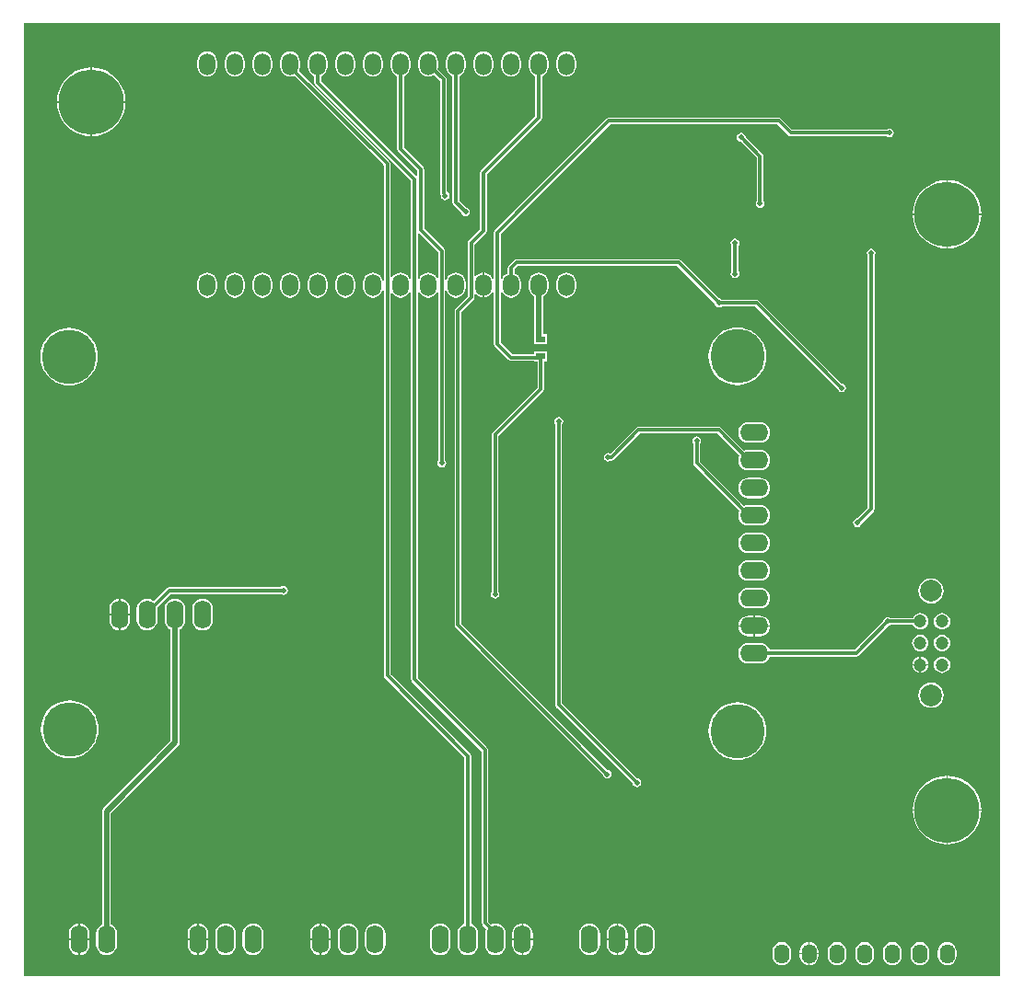
<source format=gbl>
G04*
G04 #@! TF.GenerationSoftware,Altium Limited,Altium Designer,21.6.4 (81)*
G04*
G04 Layer_Physical_Order=2*
G04 Layer_Color=16711680*
%FSLAX44Y44*%
%MOMM*%
G71*
G04*
G04 #@! TF.SameCoordinates,B6620421-005C-40FD-BBE8-42AC4C8AC442*
G04*
G04*
G04 #@! TF.FilePolarity,Positive*
G04*
G01*
G75*
%ADD18R,0.9500X0.6000*%
%ADD47C,6.0000*%
%ADD48C,0.3000*%
%ADD49O,1.4000X1.8000*%
%ADD50O,2.6000X1.6000*%
%ADD51O,1.6000X2.6000*%
%ADD52O,1.5000X2.0000*%
%ADD53C,1.2000*%
%ADD54C,2.0000*%
%ADD55C,0.5000*%
%ADD56C,5.0000*%
%ADD57C,0.5000*%
G36*
X898441Y878441D02*
X898441Y1558D01*
X1558Y1558D01*
X1558Y878441D01*
X898441Y878441D01*
D02*
G37*
%LPC*%
G36*
X499872Y852618D02*
X497523Y852308D01*
X495333Y851402D01*
X493453Y849959D01*
X492010Y848079D01*
X491104Y845890D01*
X490794Y843540D01*
Y838540D01*
X491104Y836190D01*
X492010Y834001D01*
X493453Y832121D01*
X495333Y830678D01*
X497523Y829772D01*
X499872Y829462D01*
X502221Y829772D01*
X504411Y830678D01*
X506291Y832121D01*
X507733Y834001D01*
X508640Y836190D01*
X508950Y838540D01*
Y843540D01*
X508640Y845890D01*
X507733Y848079D01*
X506291Y849959D01*
X504411Y851402D01*
X502221Y852308D01*
X499872Y852618D01*
D02*
G37*
G36*
X449072D02*
X446722Y852308D01*
X444533Y851402D01*
X442653Y849959D01*
X441211Y848079D01*
X440304Y845890D01*
X439994Y843540D01*
Y838540D01*
X440304Y836190D01*
X441211Y834001D01*
X442653Y832121D01*
X444533Y830678D01*
X446722Y829772D01*
X449072Y829462D01*
X451422Y829772D01*
X453611Y830678D01*
X455491Y832121D01*
X456934Y834001D01*
X457840Y836190D01*
X458150Y838540D01*
Y843540D01*
X457840Y845890D01*
X456934Y848079D01*
X455491Y849959D01*
X453611Y851402D01*
X451422Y852308D01*
X449072Y852618D01*
D02*
G37*
G36*
X423672D02*
X421323Y852308D01*
X419133Y851402D01*
X417253Y849959D01*
X415811Y848079D01*
X414904Y845890D01*
X414594Y843540D01*
Y838540D01*
X414904Y836190D01*
X415811Y834001D01*
X417253Y832121D01*
X419133Y830678D01*
X421323Y829772D01*
X423672Y829462D01*
X426021Y829772D01*
X428211Y830678D01*
X430091Y832121D01*
X431534Y834001D01*
X432440Y836190D01*
X432750Y838540D01*
Y843540D01*
X432440Y845890D01*
X431534Y848079D01*
X430091Y849959D01*
X428211Y851402D01*
X426021Y852308D01*
X423672Y852618D01*
D02*
G37*
G36*
X322072D02*
X319722Y852308D01*
X317533Y851402D01*
X315653Y849959D01*
X314210Y848079D01*
X313304Y845890D01*
X312994Y843540D01*
Y838540D01*
X313304Y836190D01*
X314210Y834001D01*
X315653Y832121D01*
X317533Y830678D01*
X319722Y829772D01*
X322072Y829462D01*
X324422Y829772D01*
X326611Y830678D01*
X328491Y832121D01*
X329934Y834001D01*
X330840Y836190D01*
X331150Y838540D01*
Y843540D01*
X330840Y845890D01*
X329934Y848079D01*
X328491Y849959D01*
X326611Y851402D01*
X324422Y852308D01*
X322072Y852618D01*
D02*
G37*
G36*
X296672D02*
X294322Y852308D01*
X292133Y851402D01*
X290253Y849959D01*
X288811Y848079D01*
X287904Y845890D01*
X287594Y843540D01*
Y838540D01*
X287904Y836190D01*
X288811Y834001D01*
X290253Y832121D01*
X292133Y830678D01*
X294322Y829772D01*
X296672Y829462D01*
X299021Y829772D01*
X301211Y830678D01*
X303091Y832121D01*
X304534Y834001D01*
X305440Y836190D01*
X305750Y838540D01*
Y843540D01*
X305440Y845890D01*
X304534Y848079D01*
X303091Y849959D01*
X301211Y851402D01*
X299021Y852308D01*
X296672Y852618D01*
D02*
G37*
G36*
X220472D02*
X218123Y852308D01*
X215933Y851402D01*
X214053Y849959D01*
X212610Y848079D01*
X211704Y845890D01*
X211394Y843540D01*
Y838540D01*
X211704Y836190D01*
X212610Y834001D01*
X214053Y832121D01*
X215933Y830678D01*
X218123Y829772D01*
X220472Y829462D01*
X222822Y829772D01*
X225011Y830678D01*
X226891Y832121D01*
X228333Y834001D01*
X229240Y836190D01*
X229550Y838540D01*
Y843540D01*
X229240Y845890D01*
X228333Y848079D01*
X226891Y849959D01*
X225011Y851402D01*
X222822Y852308D01*
X220472Y852618D01*
D02*
G37*
G36*
X195072D02*
X192722Y852308D01*
X190533Y851402D01*
X188653Y849959D01*
X187211Y848079D01*
X186304Y845890D01*
X185994Y843540D01*
Y838540D01*
X186304Y836190D01*
X187211Y834001D01*
X188653Y832121D01*
X190533Y830678D01*
X192722Y829772D01*
X195072Y829462D01*
X197421Y829772D01*
X199611Y830678D01*
X201491Y832121D01*
X202934Y834001D01*
X203840Y836190D01*
X204150Y838540D01*
Y843540D01*
X203840Y845890D01*
X202934Y848079D01*
X201491Y849959D01*
X199611Y851402D01*
X197421Y852308D01*
X195072Y852618D01*
D02*
G37*
G36*
X169672D02*
X167323Y852308D01*
X165133Y851402D01*
X163253Y849959D01*
X161810Y848079D01*
X160904Y845890D01*
X160594Y843540D01*
Y838540D01*
X160904Y836190D01*
X161810Y834001D01*
X163253Y832121D01*
X165133Y830678D01*
X167323Y829772D01*
X169672Y829462D01*
X172022Y829772D01*
X174211Y830678D01*
X176091Y832121D01*
X177533Y834001D01*
X178440Y836190D01*
X178750Y838540D01*
Y843540D01*
X178440Y845890D01*
X177533Y848079D01*
X176091Y849959D01*
X174211Y851402D01*
X172022Y852308D01*
X169672Y852618D01*
D02*
G37*
G36*
X63742Y837734D02*
Y806946D01*
X94530D01*
X94200Y811139D01*
X93043Y815960D01*
X91145Y820541D01*
X88555Y824769D01*
X85335Y828539D01*
X81565Y831759D01*
X77337Y834350D01*
X72756Y836247D01*
X67935Y837404D01*
X63742Y837734D01*
D02*
G37*
G36*
X62242D02*
X58049Y837404D01*
X53228Y836247D01*
X48647Y834350D01*
X44419Y831759D01*
X40649Y828539D01*
X37429Y824769D01*
X34839Y820541D01*
X32941Y815960D01*
X31784Y811139D01*
X31454Y806946D01*
X62242D01*
Y837734D01*
D02*
G37*
G36*
X695198Y791729D02*
X695198Y791729D01*
X538988D01*
X538988Y791729D01*
X537817Y791496D01*
X536825Y790833D01*
X536825Y790833D01*
X434209Y688217D01*
X433546Y687225D01*
X433313Y686054D01*
X433313Y686054D01*
Y643601D01*
X432043Y643348D01*
X431534Y644579D01*
X430091Y646459D01*
X428211Y647902D01*
X426021Y648808D01*
X424422Y649019D01*
Y637540D01*
Y626061D01*
X426021Y626272D01*
X428211Y627178D01*
X430091Y628621D01*
X431534Y630501D01*
X432043Y631732D01*
X433313Y631479D01*
Y583438D01*
X433313Y583438D01*
X433546Y582267D01*
X434209Y581275D01*
X446909Y568575D01*
X446909Y568575D01*
X447901Y567912D01*
X449072Y567679D01*
X449072Y567679D01*
X469972D01*
Y567450D01*
X473163D01*
Y543243D01*
X432177Y502257D01*
X431514Y501264D01*
X431281Y500094D01*
X431281Y500094D01*
Y355682D01*
X430572Y354621D01*
X430262Y353060D01*
X430572Y351499D01*
X431456Y350176D01*
X432779Y349292D01*
X434340Y348982D01*
X435901Y349292D01*
X437224Y350176D01*
X438108Y351499D01*
X438418Y353060D01*
X438108Y354621D01*
X437399Y355682D01*
Y498827D01*
X478385Y539813D01*
X479048Y540805D01*
X479281Y541976D01*
X479281Y541976D01*
Y567450D01*
X482472D01*
Y576450D01*
X469972D01*
Y573797D01*
X450339D01*
X439431Y584705D01*
Y631479D01*
X440701Y631732D01*
X441211Y630501D01*
X442653Y628621D01*
X444533Y627178D01*
X446722Y626272D01*
X449072Y625962D01*
X451422Y626272D01*
X453611Y627178D01*
X455491Y628621D01*
X456934Y630501D01*
X457840Y632691D01*
X458150Y635040D01*
Y640040D01*
X457840Y642390D01*
X456934Y644579D01*
X455491Y646459D01*
X453611Y647902D01*
X452131Y648514D01*
Y652135D01*
X455305Y655309D01*
X601729D01*
X636077Y620961D01*
X636326Y619709D01*
X637210Y618386D01*
X638533Y617502D01*
X640094Y617192D01*
X641655Y617502D01*
X642716Y618211D01*
X673437D01*
X748999Y542649D01*
X749248Y541397D01*
X750132Y540074D01*
X751455Y539190D01*
X753016Y538880D01*
X754577Y539190D01*
X755900Y540074D01*
X756784Y541397D01*
X757094Y542958D01*
X756784Y544519D01*
X755900Y545842D01*
X754577Y546726D01*
X753325Y546975D01*
X676867Y623433D01*
X675874Y624096D01*
X674704Y624329D01*
X674704Y624329D01*
X642716D01*
X641655Y625038D01*
X640403Y625287D01*
X605159Y660531D01*
X604166Y661194D01*
X602996Y661427D01*
X602996Y661427D01*
X454038D01*
X454038Y661427D01*
X452868Y661194D01*
X451875Y660531D01*
X451875Y660531D01*
X446909Y655565D01*
X446246Y654572D01*
X446013Y653402D01*
X446013Y653402D01*
Y648514D01*
X444533Y647902D01*
X442653Y646459D01*
X441211Y644579D01*
X440701Y643348D01*
X439431Y643601D01*
Y684787D01*
X540255Y785611D01*
X693931D01*
X704065Y775477D01*
X705058Y774814D01*
X706228Y774581D01*
X794371D01*
X795432Y773872D01*
X796993Y773562D01*
X798554Y773872D01*
X799877Y774756D01*
X800761Y776079D01*
X801071Y777640D01*
X800761Y779201D01*
X799877Y780524D01*
X798554Y781408D01*
X796993Y781718D01*
X795432Y781408D01*
X794371Y780699D01*
X707495D01*
X697361Y790833D01*
X696368Y791496D01*
X695198Y791729D01*
D02*
G37*
G36*
X94530Y805446D02*
X63742D01*
Y774658D01*
X67935Y774988D01*
X72756Y776145D01*
X77337Y778043D01*
X81565Y780633D01*
X85335Y783853D01*
X88555Y787624D01*
X91145Y791851D01*
X93043Y796432D01*
X94200Y801253D01*
X94530Y805446D01*
D02*
G37*
G36*
X62242D02*
X31454D01*
X31784Y801253D01*
X32941Y796432D01*
X34839Y791851D01*
X37429Y787624D01*
X40649Y783853D01*
X44419Y780633D01*
X48647Y778043D01*
X53228Y776145D01*
X58049Y774988D01*
X62242Y774658D01*
Y805446D01*
D02*
G37*
G36*
X347472Y852618D02*
X345122Y852308D01*
X342933Y851402D01*
X341053Y849959D01*
X339610Y848079D01*
X338704Y845890D01*
X338394Y843540D01*
Y838540D01*
X338704Y836190D01*
X339610Y834001D01*
X341053Y832121D01*
X342933Y830678D01*
X344413Y830066D01*
Y762762D01*
X344413Y762762D01*
X344646Y761591D01*
X345309Y760599D01*
X362955Y742953D01*
Y738415D01*
X361685Y737888D01*
X274331Y825243D01*
Y830066D01*
X275811Y830678D01*
X277691Y832121D01*
X279133Y834001D01*
X280040Y836190D01*
X280350Y838540D01*
Y843540D01*
X280040Y845890D01*
X279133Y848079D01*
X277691Y849959D01*
X275811Y851402D01*
X273622Y852308D01*
X271272Y852618D01*
X268923Y852308D01*
X266733Y851402D01*
X264853Y849959D01*
X263410Y848079D01*
X262504Y845890D01*
X262194Y843540D01*
Y838540D01*
X262504Y836190D01*
X263410Y834001D01*
X264853Y832121D01*
X266733Y830678D01*
X268213Y830066D01*
Y823976D01*
X268213Y823976D01*
X268446Y822805D01*
X269109Y821813D01*
X357113Y733809D01*
Y643601D01*
X355843Y643348D01*
X355334Y644579D01*
X353891Y646459D01*
X352011Y647902D01*
X349822Y648808D01*
X347472Y649118D01*
X345122Y648808D01*
X342933Y647902D01*
X341053Y646459D01*
X339610Y644579D01*
X339609Y644575D01*
X338339Y644827D01*
Y749132D01*
X338339Y749132D01*
X338106Y750303D01*
X337443Y751295D01*
X337443Y751295D01*
X254027Y834710D01*
X254640Y836190D01*
X254950Y838540D01*
Y843540D01*
X254640Y845890D01*
X253734Y848079D01*
X252291Y849959D01*
X250411Y851402D01*
X248221Y852308D01*
X245872Y852618D01*
X243522Y852308D01*
X241333Y851402D01*
X239453Y849959D01*
X238011Y848079D01*
X237104Y845890D01*
X236794Y843540D01*
Y838540D01*
X237104Y836190D01*
X238011Y834001D01*
X239453Y832121D01*
X241333Y830678D01*
X243522Y829772D01*
X245872Y829462D01*
X248221Y829772D01*
X249701Y830385D01*
X332221Y747865D01*
Y641630D01*
X330951Y641547D01*
X330840Y642390D01*
X329934Y644579D01*
X328491Y646459D01*
X326611Y647902D01*
X324422Y648808D01*
X322072Y649118D01*
X319722Y648808D01*
X317533Y647902D01*
X315653Y646459D01*
X314210Y644579D01*
X313304Y642390D01*
X312994Y640040D01*
Y635040D01*
X313304Y632691D01*
X314210Y630501D01*
X315653Y628621D01*
X317533Y627178D01*
X319722Y626272D01*
X322072Y625962D01*
X324422Y626272D01*
X326611Y627178D01*
X328491Y628621D01*
X329934Y630501D01*
X330840Y632691D01*
X330951Y633533D01*
X332221Y633450D01*
Y278130D01*
X332221Y278130D01*
X332454Y276959D01*
X333117Y275967D01*
X406137Y202947D01*
Y49605D01*
X404405Y48888D01*
X402421Y47365D01*
X400898Y45381D01*
X399940Y43070D01*
X399614Y40590D01*
Y30590D01*
X399940Y28110D01*
X400898Y25799D01*
X402421Y23814D01*
X404405Y22292D01*
X406716Y21334D01*
X409196Y21008D01*
X411676Y21334D01*
X413987Y22292D01*
X415971Y23814D01*
X417494Y25799D01*
X418451Y28110D01*
X418778Y30590D01*
Y40590D01*
X418451Y43070D01*
X417494Y45381D01*
X415971Y47365D01*
X413987Y48888D01*
X412255Y49605D01*
Y204214D01*
X412255Y204214D01*
X412022Y205385D01*
X411359Y206377D01*
X411359Y206377D01*
X338339Y279397D01*
Y630253D01*
X339609Y630505D01*
X339610Y630501D01*
X341053Y628621D01*
X342933Y627178D01*
X345122Y626272D01*
X347472Y625962D01*
X349822Y626272D01*
X352011Y627178D01*
X353891Y628621D01*
X355334Y630501D01*
X355843Y631732D01*
X357113Y631479D01*
Y274828D01*
X357113Y274828D01*
X357346Y273657D01*
X358009Y272665D01*
X422137Y208537D01*
Y50472D01*
X422137Y50472D01*
X422370Y49301D01*
X423033Y48309D01*
X426199Y45143D01*
X425340Y43070D01*
X425014Y40590D01*
Y30590D01*
X425340Y28110D01*
X426298Y25799D01*
X427821Y23814D01*
X429805Y22292D01*
X432116Y21334D01*
X434596Y21008D01*
X437076Y21334D01*
X439387Y22292D01*
X441371Y23814D01*
X442894Y25799D01*
X443851Y28110D01*
X444178Y30590D01*
Y40590D01*
X443851Y43070D01*
X442894Y45381D01*
X441371Y47365D01*
X439387Y48888D01*
X437076Y49845D01*
X434596Y50172D01*
X432116Y49845D01*
X430725Y49269D01*
X428255Y51739D01*
Y209804D01*
X428255Y209804D01*
X428022Y210975D01*
X427359Y211967D01*
X427359Y211967D01*
X363231Y276095D01*
Y631479D01*
X364501Y631732D01*
X365010Y630501D01*
X366453Y628621D01*
X368333Y627178D01*
X370522Y626272D01*
X372872Y625962D01*
X375221Y626272D01*
X377411Y627178D01*
X379291Y628621D01*
X380733Y630501D01*
X380989Y631119D01*
X382259Y630866D01*
Y476304D01*
X381550Y475243D01*
X381240Y473682D01*
X381550Y472121D01*
X382434Y470798D01*
X383757Y469914D01*
X385318Y469604D01*
X386879Y469914D01*
X388202Y470798D01*
X389086Y472121D01*
X389396Y473682D01*
X389086Y475243D01*
X388377Y476304D01*
Y632093D01*
X389647Y632345D01*
X390410Y630501D01*
X391853Y628621D01*
X393733Y627178D01*
X395923Y626272D01*
X398272Y625962D01*
X400621Y626272D01*
X402811Y627178D01*
X404691Y628621D01*
X406133Y630501D01*
X407040Y632691D01*
X407350Y635040D01*
Y640040D01*
X407040Y642390D01*
X406133Y644579D01*
X404691Y646459D01*
X402811Y647902D01*
X400621Y648808D01*
X398272Y649118D01*
X395923Y648808D01*
X393733Y647902D01*
X391853Y646459D01*
X390410Y644579D01*
X389647Y642735D01*
X388377Y642988D01*
Y669036D01*
X388377Y669036D01*
X388144Y670207D01*
X387481Y671199D01*
X369073Y689607D01*
Y744220D01*
X368840Y745390D01*
X368177Y746383D01*
X368177Y746383D01*
X350531Y764029D01*
Y830066D01*
X352011Y830678D01*
X353891Y832121D01*
X355334Y834001D01*
X356240Y836190D01*
X356550Y838540D01*
Y843540D01*
X356240Y845890D01*
X355334Y848079D01*
X353891Y849959D01*
X352011Y851402D01*
X349822Y852308D01*
X347472Y852618D01*
D02*
G37*
G36*
X372872D02*
X370522Y852308D01*
X368333Y851402D01*
X366453Y849959D01*
X365010Y848079D01*
X364104Y845890D01*
X363794Y843540D01*
Y838540D01*
X364104Y836190D01*
X365010Y834001D01*
X366453Y832121D01*
X368333Y830678D01*
X370522Y829772D01*
X372872Y829462D01*
X375221Y829772D01*
X377411Y830678D01*
X378258Y831328D01*
X383783Y825803D01*
Y721901D01*
X383783Y721901D01*
X384016Y720731D01*
X384362Y720212D01*
X384288Y719836D01*
X384598Y718275D01*
X385482Y716952D01*
X386805Y716068D01*
X388366Y715758D01*
X389927Y716068D01*
X391250Y716952D01*
X392134Y718275D01*
X392444Y719836D01*
X392134Y721397D01*
X391250Y722720D01*
X389927Y723604D01*
X389901Y723609D01*
Y827070D01*
X389668Y828241D01*
X389005Y829233D01*
X389005Y829233D01*
X381688Y836550D01*
X381950Y838540D01*
Y843540D01*
X381640Y845890D01*
X380733Y848079D01*
X379291Y849959D01*
X377411Y851402D01*
X375221Y852308D01*
X372872Y852618D01*
D02*
G37*
G36*
X660654Y777762D02*
X659093Y777452D01*
X657770Y776568D01*
X656886Y775245D01*
X656576Y773684D01*
X656886Y772123D01*
X657770Y770800D01*
X659093Y769916D01*
X660345Y769667D01*
X674867Y755145D01*
Y715346D01*
X674158Y714285D01*
X673848Y712724D01*
X674158Y711163D01*
X675042Y709840D01*
X676365Y708956D01*
X677926Y708646D01*
X679487Y708956D01*
X680810Y709840D01*
X681694Y711163D01*
X682004Y712724D01*
X681694Y714285D01*
X680985Y715346D01*
Y756412D01*
X680752Y757582D01*
X680089Y758575D01*
X680089Y758575D01*
X664671Y773993D01*
X664422Y775245D01*
X663538Y776568D01*
X662215Y777452D01*
X660654Y777762D01*
D02*
G37*
G36*
X850634Y734356D02*
Y703568D01*
X881422D01*
X881092Y707761D01*
X879935Y712582D01*
X878037Y717163D01*
X875447Y721391D01*
X872227Y725161D01*
X868456Y728381D01*
X864229Y730972D01*
X859648Y732869D01*
X854827Y734026D01*
X850634Y734356D01*
D02*
G37*
G36*
X849134D02*
X844941Y734026D01*
X840120Y732869D01*
X835539Y730972D01*
X831311Y728381D01*
X827541Y725161D01*
X824321Y721391D01*
X821730Y717163D01*
X819833Y712582D01*
X818676Y707761D01*
X818346Y703568D01*
X849134D01*
Y734356D01*
D02*
G37*
G36*
X398272Y852618D02*
X395923Y852308D01*
X393733Y851402D01*
X391853Y849959D01*
X390410Y848079D01*
X389504Y845890D01*
X389194Y843540D01*
Y838540D01*
X389504Y836190D01*
X390410Y834001D01*
X391853Y832121D01*
X393733Y830678D01*
X395213Y830066D01*
Y713740D01*
X395213Y713740D01*
X395446Y712570D01*
X396109Y711577D01*
X403145Y704541D01*
X403394Y703289D01*
X404278Y701966D01*
X405601Y701082D01*
X407162Y700772D01*
X408723Y701082D01*
X410046Y701966D01*
X410930Y703289D01*
X411240Y704850D01*
X410930Y706411D01*
X410046Y707734D01*
X408723Y708618D01*
X407471Y708867D01*
X401331Y715007D01*
Y830066D01*
X402811Y830678D01*
X404691Y832121D01*
X406133Y834001D01*
X407040Y836190D01*
X407350Y838540D01*
Y843540D01*
X407040Y845890D01*
X406133Y848079D01*
X404691Y849959D01*
X402811Y851402D01*
X400621Y852308D01*
X398272Y852618D01*
D02*
G37*
G36*
X881422Y702068D02*
X850634D01*
Y671280D01*
X854827Y671610D01*
X859648Y672767D01*
X864229Y674665D01*
X868456Y677255D01*
X872227Y680475D01*
X875447Y684246D01*
X878037Y688473D01*
X879935Y693054D01*
X881092Y697875D01*
X881422Y702068D01*
D02*
G37*
G36*
X849134D02*
X818346D01*
X818676Y697875D01*
X819833Y693054D01*
X821730Y688473D01*
X824321Y684246D01*
X827541Y680475D01*
X831311Y677255D01*
X835539Y674665D01*
X840120Y672767D01*
X844941Y671610D01*
X849134Y671280D01*
Y702068D01*
D02*
G37*
G36*
X654847Y680496D02*
X653286Y680186D01*
X651963Y679302D01*
X651079Y677979D01*
X650769Y676418D01*
X651079Y674857D01*
X651788Y673796D01*
Y650633D01*
X651079Y649572D01*
X650769Y648011D01*
X651079Y646450D01*
X651963Y645127D01*
X653286Y644243D01*
X654847Y643933D01*
X656408Y644243D01*
X657731Y645127D01*
X658615Y646450D01*
X658925Y648011D01*
X658615Y649572D01*
X657906Y650633D01*
Y673796D01*
X658615Y674857D01*
X658925Y676418D01*
X658615Y677979D01*
X657731Y679302D01*
X656408Y680186D01*
X654847Y680496D01*
D02*
G37*
G36*
X474472Y852618D02*
X472122Y852308D01*
X469933Y851402D01*
X468053Y849959D01*
X466610Y848079D01*
X465704Y845890D01*
X465394Y843540D01*
Y838540D01*
X465704Y836190D01*
X466610Y834001D01*
X468053Y832121D01*
X469933Y830678D01*
X471413Y830066D01*
Y792985D01*
X421509Y743081D01*
X420846Y742088D01*
X420613Y740918D01*
X420613Y740918D01*
Y689099D01*
X410095Y678581D01*
X409432Y677589D01*
X409199Y676418D01*
X409199Y676418D01*
Y627631D01*
X397887Y616319D01*
X397224Y615326D01*
X396991Y614156D01*
X396991Y614156D01*
Y324866D01*
X396991Y324866D01*
X397224Y323695D01*
X397887Y322703D01*
X533447Y187143D01*
X533696Y185891D01*
X534580Y184568D01*
X535903Y183684D01*
X537464Y183374D01*
X539025Y183684D01*
X540348Y184568D01*
X541232Y185891D01*
X541542Y187452D01*
X541232Y189013D01*
X540348Y190336D01*
X539025Y191220D01*
X537773Y191469D01*
X403109Y326133D01*
Y612889D01*
X414421Y624201D01*
X414421Y624201D01*
X415084Y625193D01*
X415317Y626364D01*
Y629058D01*
X416587Y629490D01*
X417253Y628621D01*
X419133Y627178D01*
X421323Y626272D01*
X422922Y626061D01*
Y637540D01*
Y649019D01*
X421323Y648808D01*
X419133Y647902D01*
X417253Y646459D01*
X416587Y645591D01*
X415317Y646021D01*
Y675151D01*
X425835Y685669D01*
X426498Y686662D01*
X426731Y687832D01*
Y739651D01*
X476635Y789555D01*
X477298Y790547D01*
X477531Y791718D01*
Y830066D01*
X479011Y830678D01*
X480891Y832121D01*
X482333Y834001D01*
X483240Y836190D01*
X483550Y838540D01*
Y843540D01*
X483240Y845890D01*
X482333Y848079D01*
X480891Y849959D01*
X479011Y851402D01*
X476822Y852308D01*
X474472Y852618D01*
D02*
G37*
G36*
X499872Y649118D02*
X497523Y648808D01*
X495333Y647902D01*
X493453Y646459D01*
X492010Y644579D01*
X491104Y642390D01*
X490794Y640040D01*
Y635040D01*
X491104Y632691D01*
X492010Y630501D01*
X493453Y628621D01*
X495333Y627178D01*
X497523Y626272D01*
X499872Y625962D01*
X502221Y626272D01*
X504411Y627178D01*
X506291Y628621D01*
X507733Y630501D01*
X508640Y632691D01*
X508950Y635040D01*
Y640040D01*
X508640Y642390D01*
X507733Y644579D01*
X506291Y646459D01*
X504411Y647902D01*
X502221Y648808D01*
X499872Y649118D01*
D02*
G37*
G36*
X296672D02*
X294322Y648808D01*
X292133Y647902D01*
X290253Y646459D01*
X288811Y644579D01*
X287904Y642390D01*
X287594Y640040D01*
Y635040D01*
X287904Y632691D01*
X288811Y630501D01*
X290253Y628621D01*
X292133Y627178D01*
X294322Y626272D01*
X296672Y625962D01*
X299021Y626272D01*
X301211Y627178D01*
X303091Y628621D01*
X304534Y630501D01*
X305440Y632691D01*
X305750Y635040D01*
Y640040D01*
X305440Y642390D01*
X304534Y644579D01*
X303091Y646459D01*
X301211Y647902D01*
X299021Y648808D01*
X296672Y649118D01*
D02*
G37*
G36*
X271272D02*
X268923Y648808D01*
X266733Y647902D01*
X264853Y646459D01*
X263410Y644579D01*
X262504Y642390D01*
X262194Y640040D01*
Y635040D01*
X262504Y632691D01*
X263410Y630501D01*
X264853Y628621D01*
X266733Y627178D01*
X268923Y626272D01*
X271272Y625962D01*
X273622Y626272D01*
X275811Y627178D01*
X277691Y628621D01*
X279133Y630501D01*
X280040Y632691D01*
X280350Y635040D01*
Y640040D01*
X280040Y642390D01*
X279133Y644579D01*
X277691Y646459D01*
X275811Y647902D01*
X273622Y648808D01*
X271272Y649118D01*
D02*
G37*
G36*
X245872D02*
X243522Y648808D01*
X241333Y647902D01*
X239453Y646459D01*
X238011Y644579D01*
X237104Y642390D01*
X236794Y640040D01*
Y635040D01*
X237104Y632691D01*
X238011Y630501D01*
X239453Y628621D01*
X241333Y627178D01*
X243522Y626272D01*
X245872Y625962D01*
X248221Y626272D01*
X250411Y627178D01*
X252291Y628621D01*
X253734Y630501D01*
X254640Y632691D01*
X254950Y635040D01*
Y640040D01*
X254640Y642390D01*
X253734Y644579D01*
X252291Y646459D01*
X250411Y647902D01*
X248221Y648808D01*
X245872Y649118D01*
D02*
G37*
G36*
X220472D02*
X218123Y648808D01*
X215933Y647902D01*
X214053Y646459D01*
X212610Y644579D01*
X211704Y642390D01*
X211394Y640040D01*
Y635040D01*
X211704Y632691D01*
X212610Y630501D01*
X214053Y628621D01*
X215933Y627178D01*
X218123Y626272D01*
X220472Y625962D01*
X222822Y626272D01*
X225011Y627178D01*
X226891Y628621D01*
X228333Y630501D01*
X229240Y632691D01*
X229550Y635040D01*
Y640040D01*
X229240Y642390D01*
X228333Y644579D01*
X226891Y646459D01*
X225011Y647902D01*
X222822Y648808D01*
X220472Y649118D01*
D02*
G37*
G36*
X195072D02*
X192722Y648808D01*
X190533Y647902D01*
X188653Y646459D01*
X187211Y644579D01*
X186304Y642390D01*
X185994Y640040D01*
Y635040D01*
X186304Y632691D01*
X187211Y630501D01*
X188653Y628621D01*
X190533Y627178D01*
X192722Y626272D01*
X195072Y625962D01*
X197421Y626272D01*
X199611Y627178D01*
X201491Y628621D01*
X202934Y630501D01*
X203840Y632691D01*
X204150Y635040D01*
Y640040D01*
X203840Y642390D01*
X202934Y644579D01*
X201491Y646459D01*
X199611Y647902D01*
X197421Y648808D01*
X195072Y649118D01*
D02*
G37*
G36*
X169672D02*
X167323Y648808D01*
X165133Y647902D01*
X163253Y646459D01*
X161810Y644579D01*
X160904Y642390D01*
X160594Y640040D01*
Y635040D01*
X160904Y632691D01*
X161810Y630501D01*
X163253Y628621D01*
X165133Y627178D01*
X167323Y626272D01*
X169672Y625962D01*
X172022Y626272D01*
X174211Y627178D01*
X176091Y628621D01*
X177533Y630501D01*
X178440Y632691D01*
X178750Y635040D01*
Y640040D01*
X178440Y642390D01*
X177533Y644579D01*
X176091Y646459D01*
X174211Y647902D01*
X172022Y648808D01*
X169672Y649118D01*
D02*
G37*
G36*
X474472D02*
X472122Y648808D01*
X469933Y647902D01*
X468053Y646459D01*
X466610Y644579D01*
X465704Y642390D01*
X465394Y640040D01*
Y635040D01*
X465704Y632691D01*
X466610Y630501D01*
X468053Y628621D01*
X469933Y627178D01*
X470394Y626988D01*
Y592450D01*
X469972D01*
Y583450D01*
X482472D01*
Y592450D01*
X478550D01*
Y626988D01*
X479011Y627178D01*
X480891Y628621D01*
X482333Y630501D01*
X483240Y632691D01*
X483550Y635040D01*
Y640040D01*
X483240Y642390D01*
X482333Y644579D01*
X480891Y646459D01*
X479011Y647902D01*
X476822Y648808D01*
X474472Y649118D01*
D02*
G37*
G36*
X657092Y598532D02*
X652934Y598205D01*
X648878Y597231D01*
X645024Y595635D01*
X641468Y593455D01*
X638296Y590746D01*
X635587Y587575D01*
X633407Y584018D01*
X631811Y580164D01*
X630837Y576108D01*
X630510Y571950D01*
X630837Y567792D01*
X631811Y563736D01*
X633407Y559882D01*
X635587Y556325D01*
X638296Y553154D01*
X641468Y550445D01*
X645024Y548265D01*
X648878Y546669D01*
X652934Y545695D01*
X657092Y545368D01*
X661250Y545695D01*
X665306Y546669D01*
X669160Y548265D01*
X672717Y550445D01*
X675888Y553154D01*
X678597Y556325D01*
X680777Y559882D01*
X682373Y563736D01*
X683347Y567792D01*
X683674Y571950D01*
X683347Y576108D01*
X682373Y580164D01*
X680777Y584018D01*
X678597Y587575D01*
X675888Y590746D01*
X672717Y593455D01*
X669160Y595635D01*
X665306Y597231D01*
X661250Y598205D01*
X657092Y598532D01*
D02*
G37*
G36*
X42592Y598432D02*
X38434Y598105D01*
X34378Y597131D01*
X30524Y595535D01*
X26967Y593355D01*
X23796Y590646D01*
X21087Y587475D01*
X18907Y583918D01*
X17311Y580064D01*
X16337Y576008D01*
X16010Y571850D01*
X16337Y567692D01*
X17311Y563636D01*
X18907Y559782D01*
X21087Y556226D01*
X23796Y553054D01*
X26967Y550345D01*
X30524Y548165D01*
X34378Y546569D01*
X38434Y545595D01*
X42592Y545268D01*
X46750Y545595D01*
X50806Y546569D01*
X54660Y548165D01*
X58217Y550345D01*
X61388Y553054D01*
X64097Y556226D01*
X66277Y559782D01*
X67873Y563636D01*
X68847Y567692D01*
X69174Y571850D01*
X68847Y576008D01*
X67873Y580064D01*
X66277Y583918D01*
X64097Y587475D01*
X61388Y590646D01*
X58217Y593355D01*
X54660Y595535D01*
X50806Y597131D01*
X46750Y598105D01*
X42592Y598432D01*
D02*
G37*
G36*
X677592Y511632D02*
X667592D01*
X665112Y511306D01*
X662801Y510348D01*
X660816Y508825D01*
X659294Y506841D01*
X658336Y504530D01*
X658010Y502050D01*
X658336Y499570D01*
X659294Y497259D01*
X660816Y495275D01*
X662801Y493752D01*
X665112Y492794D01*
X667592Y492468D01*
X677592D01*
X680072Y492794D01*
X682383Y493752D01*
X684368Y495275D01*
X685890Y497259D01*
X686848Y499570D01*
X687174Y502050D01*
X686848Y504530D01*
X685890Y506841D01*
X684368Y508825D01*
X682383Y510348D01*
X680072Y511306D01*
X677592Y511632D01*
D02*
G37*
G36*
X640094Y507207D02*
X640094Y507207D01*
X566232D01*
X565061Y506974D01*
X564069Y506311D01*
X564069Y506311D01*
X540344Y482586D01*
X539787Y482958D01*
X538226Y483268D01*
X536665Y482958D01*
X535342Y482074D01*
X534458Y480751D01*
X534148Y479190D01*
X534458Y477629D01*
X535342Y476306D01*
X536665Y475422D01*
X538226Y475112D01*
X539787Y475422D01*
X540848Y476131D01*
X541274D01*
X541274Y476131D01*
X542444Y476364D01*
X543437Y477027D01*
X567499Y501089D01*
X638827D01*
X659054Y480862D01*
X658336Y479130D01*
X658010Y476650D01*
X658336Y474170D01*
X659294Y471859D01*
X660816Y469874D01*
X662801Y468352D01*
X665112Y467394D01*
X667592Y467068D01*
X677592D01*
X680072Y467394D01*
X682383Y468352D01*
X684368Y469874D01*
X685890Y471859D01*
X686848Y474170D01*
X687174Y476650D01*
X686848Y479130D01*
X685890Y481441D01*
X684368Y483425D01*
X682383Y484948D01*
X680072Y485905D01*
X677592Y486232D01*
X667592D01*
X665112Y485905D01*
X663380Y485188D01*
X642257Y506311D01*
X641264Y506974D01*
X640094Y507207D01*
D02*
G37*
G36*
X677592Y460432D02*
X667592D01*
X665112Y460106D01*
X662801Y459148D01*
X660816Y457625D01*
X659294Y455641D01*
X658336Y453330D01*
X658010Y450850D01*
X658336Y448370D01*
X659294Y446059D01*
X660816Y444075D01*
X662801Y442552D01*
X665112Y441595D01*
X667592Y441268D01*
X677592D01*
X680072Y441595D01*
X682383Y442552D01*
X684368Y444075D01*
X685890Y446059D01*
X686848Y448370D01*
X687174Y450850D01*
X686848Y453330D01*
X685890Y455641D01*
X684368Y457625D01*
X682383Y459148D01*
X680072Y460106D01*
X677592Y460432D01*
D02*
G37*
G36*
X619760Y498362D02*
X618199Y498052D01*
X616876Y497168D01*
X615992Y495845D01*
X615682Y494284D01*
X615992Y492723D01*
X616701Y491662D01*
Y473682D01*
X616701Y473682D01*
X616934Y472511D01*
X617597Y471519D01*
X659054Y430062D01*
X658336Y428330D01*
X658010Y425850D01*
X658336Y423370D01*
X659294Y421059D01*
X660816Y419075D01*
X662801Y417552D01*
X665112Y416595D01*
X667592Y416268D01*
X677592D01*
X680072Y416595D01*
X682383Y417552D01*
X684368Y419075D01*
X685890Y421059D01*
X686848Y423370D01*
X687174Y425850D01*
X686848Y428330D01*
X685890Y430641D01*
X684368Y432625D01*
X682383Y434148D01*
X680072Y435106D01*
X677592Y435432D01*
X667592D01*
X665112Y435106D01*
X663380Y434388D01*
X622819Y474949D01*
Y491662D01*
X623528Y492723D01*
X623838Y494284D01*
X623528Y495845D01*
X622644Y497168D01*
X621321Y498052D01*
X619760Y498362D01*
D02*
G37*
G36*
X780038Y671186D02*
X778477Y670876D01*
X777154Y669992D01*
X776270Y668669D01*
X775960Y667108D01*
X776270Y665547D01*
X776979Y664486D01*
Y432830D01*
X767095Y422946D01*
X765843Y422697D01*
X764520Y421813D01*
X763636Y420490D01*
X763326Y418929D01*
X763636Y417368D01*
X764520Y416045D01*
X765843Y415161D01*
X767404Y414851D01*
X768965Y415161D01*
X770288Y416045D01*
X771172Y417368D01*
X771421Y418620D01*
X782201Y429400D01*
X782201Y429400D01*
X782864Y430392D01*
X783097Y431563D01*
X783097Y431563D01*
Y664486D01*
X783806Y665547D01*
X784116Y667108D01*
X783806Y668669D01*
X782922Y669992D01*
X781599Y670876D01*
X780038Y671186D01*
D02*
G37*
G36*
X677592Y410032D02*
X667592D01*
X665112Y409706D01*
X662801Y408748D01*
X660816Y407225D01*
X659294Y405241D01*
X658336Y402930D01*
X658010Y400450D01*
X658336Y397970D01*
X659294Y395659D01*
X660816Y393675D01*
X662801Y392152D01*
X665112Y391194D01*
X667592Y390868D01*
X677592D01*
X680072Y391194D01*
X682383Y392152D01*
X684368Y393675D01*
X685890Y395659D01*
X686848Y397970D01*
X687174Y400450D01*
X686848Y402930D01*
X685890Y405241D01*
X684368Y407225D01*
X682383Y408748D01*
X680072Y409706D01*
X677592Y410032D01*
D02*
G37*
G36*
Y384632D02*
X667592D01*
X665112Y384305D01*
X662801Y383348D01*
X660816Y381825D01*
X659294Y379841D01*
X658336Y377530D01*
X658010Y375050D01*
X658336Y372570D01*
X659294Y370259D01*
X660816Y368274D01*
X662801Y366752D01*
X665112Y365794D01*
X667592Y365468D01*
X677592D01*
X680072Y365794D01*
X682383Y366752D01*
X684368Y368274D01*
X685890Y370259D01*
X686848Y372570D01*
X687174Y375050D01*
X686848Y377530D01*
X685890Y379841D01*
X684368Y381825D01*
X682383Y383348D01*
X680072Y384305D01*
X677592Y384632D01*
D02*
G37*
G36*
X239776Y360694D02*
X238215Y360384D01*
X236892Y359500D01*
X236839Y359421D01*
X134662D01*
X134662Y359421D01*
X133491Y359188D01*
X132499Y358525D01*
X132499Y358525D01*
X120618Y346644D01*
X119091Y347816D01*
X116780Y348773D01*
X114300Y349100D01*
X111820Y348773D01*
X109509Y347816D01*
X107524Y346293D01*
X106002Y344309D01*
X105044Y341998D01*
X104718Y339518D01*
Y329518D01*
X105044Y327038D01*
X106002Y324727D01*
X107524Y322743D01*
X109509Y321220D01*
X111820Y320262D01*
X114300Y319936D01*
X116780Y320262D01*
X119091Y321220D01*
X121075Y322743D01*
X122598Y324727D01*
X123555Y327038D01*
X123882Y329518D01*
Y339518D01*
X123680Y341054D01*
X135929Y353303D01*
X237534D01*
X238215Y352848D01*
X239776Y352538D01*
X241337Y352848D01*
X242660Y353732D01*
X243544Y355055D01*
X243854Y356616D01*
X243544Y358177D01*
X242660Y359500D01*
X241337Y360384D01*
X239776Y360694D01*
D02*
G37*
G36*
X835246Y367767D02*
X832244Y367372D01*
X829446Y366213D01*
X827044Y364370D01*
X825201Y361968D01*
X824042Y359170D01*
X823647Y356168D01*
X824042Y353166D01*
X825201Y350368D01*
X827044Y347966D01*
X829446Y346123D01*
X832244Y344964D01*
X835246Y344569D01*
X838248Y344964D01*
X841046Y346123D01*
X843448Y347966D01*
X845291Y350368D01*
X846450Y353166D01*
X846845Y356168D01*
X846450Y359170D01*
X845291Y361968D01*
X843448Y364370D01*
X841046Y366213D01*
X838248Y367372D01*
X835246Y367767D01*
D02*
G37*
G36*
X677592Y359232D02*
X667592D01*
X665112Y358905D01*
X662801Y357948D01*
X660816Y356425D01*
X659294Y354441D01*
X658336Y352130D01*
X658010Y349650D01*
X658336Y347170D01*
X659294Y344859D01*
X660816Y342874D01*
X662801Y341352D01*
X665112Y340395D01*
X667592Y340068D01*
X677592D01*
X680072Y340395D01*
X682383Y341352D01*
X684368Y342874D01*
X685890Y344859D01*
X686848Y347170D01*
X687174Y349650D01*
X686848Y352130D01*
X685890Y354441D01*
X684368Y356425D01*
X682383Y357948D01*
X680072Y358905D01*
X677592Y359232D01*
D02*
G37*
G36*
X90050Y349001D02*
Y335268D01*
X98882D01*
Y339518D01*
X98555Y341998D01*
X97598Y344309D01*
X96075Y346293D01*
X94091Y347816D01*
X91780Y348773D01*
X90050Y349001D01*
D02*
G37*
G36*
X88550D02*
X86820Y348773D01*
X84509Y347816D01*
X82524Y346293D01*
X81002Y344309D01*
X80044Y341998D01*
X79718Y339518D01*
Y335268D01*
X88550D01*
Y349001D01*
D02*
G37*
G36*
X825246Y335733D02*
X823288Y335475D01*
X821464Y334719D01*
X819897Y333517D01*
X818695Y331950D01*
X818395Y331227D01*
X798093D01*
X797032Y331936D01*
X795471Y332246D01*
X793910Y331936D01*
X792587Y331052D01*
X791703Y329729D01*
X791454Y328477D01*
X764886Y301909D01*
X686608D01*
X685890Y303641D01*
X684368Y305625D01*
X682383Y307148D01*
X680072Y308106D01*
X677592Y308432D01*
X667592D01*
X665112Y308106D01*
X662801Y307148D01*
X660816Y305625D01*
X659294Y303641D01*
X658336Y301330D01*
X658010Y298850D01*
X658336Y296370D01*
X659294Y294059D01*
X660816Y292075D01*
X662801Y290552D01*
X665112Y289594D01*
X667592Y289268D01*
X677592D01*
X680072Y289594D01*
X682383Y290552D01*
X684368Y292075D01*
X685890Y294059D01*
X686608Y295791D01*
X766153D01*
X766153Y295791D01*
X767324Y296024D01*
X768316Y296687D01*
X795780Y324151D01*
X797032Y324400D01*
X798093Y325109D01*
X818395D01*
X818695Y324386D01*
X819897Y322819D01*
X821464Y321617D01*
X823288Y320861D01*
X825246Y320603D01*
X827204Y320861D01*
X829028Y321617D01*
X830595Y322819D01*
X831797Y324386D01*
X832553Y326210D01*
X832811Y328168D01*
X832553Y330126D01*
X831797Y331950D01*
X830595Y333517D01*
X829028Y334719D01*
X827204Y335475D01*
X825246Y335733D01*
D02*
G37*
G36*
X677592Y333432D02*
X673342D01*
Y324600D01*
X687075D01*
X686848Y326330D01*
X685890Y328641D01*
X684368Y330625D01*
X682383Y332148D01*
X680072Y333106D01*
X677592Y333432D01*
D02*
G37*
G36*
X671842D02*
X667592D01*
X665112Y333106D01*
X662801Y332148D01*
X660816Y330625D01*
X659294Y328641D01*
X658336Y326330D01*
X658109Y324600D01*
X671842D01*
Y333432D01*
D02*
G37*
G36*
X845246Y335733D02*
X843288Y335475D01*
X841464Y334719D01*
X839897Y333517D01*
X838695Y331950D01*
X837939Y330126D01*
X837681Y328168D01*
X837939Y326210D01*
X838695Y324386D01*
X839897Y322819D01*
X841464Y321617D01*
X843288Y320861D01*
X845246Y320603D01*
X847204Y320861D01*
X849028Y321617D01*
X850595Y322819D01*
X851797Y324386D01*
X852553Y326210D01*
X852811Y328168D01*
X852553Y330126D01*
X851797Y331950D01*
X850595Y333517D01*
X849028Y334719D01*
X847204Y335475D01*
X845246Y335733D01*
D02*
G37*
G36*
X98882Y333768D02*
X90050D01*
Y320035D01*
X91780Y320262D01*
X94091Y321220D01*
X96075Y322743D01*
X97598Y324727D01*
X98555Y327038D01*
X98882Y329518D01*
Y333768D01*
D02*
G37*
G36*
X88550D02*
X79718D01*
Y329518D01*
X80044Y327038D01*
X81002Y324727D01*
X82524Y322743D01*
X84509Y321220D01*
X86820Y320262D01*
X88550Y320035D01*
Y333768D01*
D02*
G37*
G36*
X165500Y349100D02*
X163020Y348773D01*
X160709Y347816D01*
X158724Y346293D01*
X157202Y344309D01*
X156244Y341998D01*
X155918Y339518D01*
Y329518D01*
X156244Y327038D01*
X157202Y324727D01*
X158724Y322743D01*
X160709Y321220D01*
X163020Y320262D01*
X165500Y319936D01*
X167980Y320262D01*
X170291Y321220D01*
X172275Y322743D01*
X173798Y324727D01*
X174755Y327038D01*
X175082Y329518D01*
Y339518D01*
X174755Y341998D01*
X173798Y344309D01*
X172275Y346293D01*
X170291Y347816D01*
X167980Y348773D01*
X165500Y349100D01*
D02*
G37*
G36*
X687075Y323100D02*
X673342D01*
Y314268D01*
X677592D01*
X680072Y314594D01*
X682383Y315552D01*
X684368Y317075D01*
X685890Y319059D01*
X686848Y321370D01*
X687075Y323100D01*
D02*
G37*
G36*
X671842D02*
X658109D01*
X658336Y321370D01*
X659294Y319059D01*
X660816Y317075D01*
X662801Y315552D01*
X665112Y314594D01*
X667592Y314268D01*
X671842D01*
Y323100D01*
D02*
G37*
G36*
X845246Y315733D02*
X843288Y315475D01*
X841464Y314719D01*
X839897Y313517D01*
X838695Y311950D01*
X837939Y310126D01*
X837681Y308168D01*
X837939Y306210D01*
X838695Y304386D01*
X839897Y302819D01*
X841464Y301617D01*
X843288Y300861D01*
X845246Y300603D01*
X847204Y300861D01*
X849028Y301617D01*
X850595Y302819D01*
X851797Y304386D01*
X852553Y306210D01*
X852811Y308168D01*
X852553Y310126D01*
X851797Y311950D01*
X850595Y313517D01*
X849028Y314719D01*
X847204Y315475D01*
X845246Y315733D01*
D02*
G37*
G36*
X825246D02*
X823288Y315475D01*
X821464Y314719D01*
X819897Y313517D01*
X818695Y311950D01*
X817939Y310126D01*
X817681Y308168D01*
X817939Y306210D01*
X818695Y304386D01*
X819897Y302819D01*
X821464Y301617D01*
X823288Y300861D01*
X825246Y300603D01*
X827204Y300861D01*
X829028Y301617D01*
X830595Y302819D01*
X831797Y304386D01*
X832553Y306210D01*
X832811Y308168D01*
X832553Y310126D01*
X831797Y311950D01*
X830595Y313517D01*
X829028Y314719D01*
X827204Y315475D01*
X825246Y315733D01*
D02*
G37*
G36*
X825996Y295634D02*
Y288918D01*
X832712D01*
X832553Y290126D01*
X831797Y291950D01*
X830595Y293517D01*
X829028Y294719D01*
X827204Y295475D01*
X825996Y295634D01*
D02*
G37*
G36*
X824496D02*
X823288Y295475D01*
X821464Y294719D01*
X819897Y293517D01*
X818695Y291950D01*
X817939Y290126D01*
X817780Y288918D01*
X824496D01*
Y295634D01*
D02*
G37*
G36*
X832712Y287418D02*
X825996D01*
Y280702D01*
X827204Y280861D01*
X829028Y281617D01*
X830595Y282819D01*
X831797Y284386D01*
X832553Y286210D01*
X832712Y287418D01*
D02*
G37*
G36*
X824496D02*
X817780D01*
X817939Y286210D01*
X818695Y284386D01*
X819897Y282819D01*
X821464Y281617D01*
X823288Y280861D01*
X824496Y280702D01*
Y287418D01*
D02*
G37*
G36*
X845246Y295733D02*
X843288Y295475D01*
X841464Y294719D01*
X839897Y293517D01*
X838695Y291950D01*
X837939Y290126D01*
X837681Y288168D01*
X837939Y286210D01*
X838695Y284386D01*
X839897Y282819D01*
X841464Y281617D01*
X843288Y280861D01*
X845246Y280603D01*
X847204Y280861D01*
X849028Y281617D01*
X850595Y282819D01*
X851797Y284386D01*
X852553Y286210D01*
X852811Y288168D01*
X852553Y290126D01*
X851797Y291950D01*
X850595Y293517D01*
X849028Y294719D01*
X847204Y295475D01*
X845246Y295733D01*
D02*
G37*
G36*
X835246Y271767D02*
X832244Y271372D01*
X829446Y270213D01*
X827044Y268370D01*
X825201Y265968D01*
X824042Y263170D01*
X823647Y260168D01*
X824042Y257166D01*
X825201Y254368D01*
X827044Y251966D01*
X829446Y250123D01*
X832244Y248964D01*
X835246Y248569D01*
X838248Y248964D01*
X841046Y250123D01*
X843448Y251966D01*
X845291Y254368D01*
X846450Y257166D01*
X846845Y260168D01*
X846450Y263170D01*
X845291Y265968D01*
X843448Y268370D01*
X841046Y270213D01*
X838248Y271372D01*
X835246Y271767D01*
D02*
G37*
G36*
X43092Y255432D02*
X38934Y255105D01*
X34878Y254131D01*
X31024Y252535D01*
X27468Y250355D01*
X24296Y247646D01*
X21587Y244475D01*
X19407Y240918D01*
X17811Y237064D01*
X16837Y233008D01*
X16510Y228850D01*
X16837Y224692D01*
X17811Y220636D01*
X19407Y216782D01*
X21587Y213225D01*
X24296Y210054D01*
X27468Y207345D01*
X31024Y205165D01*
X34878Y203569D01*
X38934Y202595D01*
X43092Y202268D01*
X47250Y202595D01*
X51306Y203569D01*
X55160Y205165D01*
X58717Y207345D01*
X61888Y210054D01*
X64597Y213225D01*
X66777Y216782D01*
X68373Y220636D01*
X69347Y224692D01*
X69674Y228850D01*
X69347Y233008D01*
X68373Y237064D01*
X66777Y240918D01*
X64597Y244475D01*
X61888Y247646D01*
X58717Y250355D01*
X55160Y252535D01*
X51306Y254131D01*
X47250Y255105D01*
X43092Y255432D01*
D02*
G37*
G36*
X657092Y253832D02*
X652934Y253505D01*
X648878Y252531D01*
X645024Y250935D01*
X641468Y248755D01*
X638296Y246046D01*
X635587Y242875D01*
X633407Y239318D01*
X631811Y235464D01*
X630837Y231408D01*
X630510Y227250D01*
X630837Y223092D01*
X631811Y219036D01*
X633407Y215182D01*
X635587Y211625D01*
X638296Y208454D01*
X641468Y205745D01*
X645024Y203565D01*
X648878Y201969D01*
X652934Y200995D01*
X657092Y200668D01*
X661250Y200995D01*
X665306Y201969D01*
X669160Y203565D01*
X672717Y205745D01*
X675888Y208454D01*
X678597Y211625D01*
X680777Y215182D01*
X682373Y219036D01*
X683347Y223092D01*
X683674Y227250D01*
X683347Y231408D01*
X682373Y235464D01*
X680777Y239318D01*
X678597Y242875D01*
X675888Y246046D01*
X672717Y248755D01*
X669160Y250935D01*
X665306Y252531D01*
X661250Y253505D01*
X657092Y253832D01*
D02*
G37*
G36*
X492805Y516198D02*
X491244Y515887D01*
X489921Y515003D01*
X489037Y513680D01*
X488726Y512119D01*
X489037Y510559D01*
X489746Y509497D01*
Y251416D01*
X489746Y251415D01*
X489979Y250245D01*
X490642Y249253D01*
X560625Y179269D01*
X560874Y178017D01*
X561758Y176694D01*
X563081Y175810D01*
X564642Y175500D01*
X566203Y175810D01*
X567526Y176694D01*
X568410Y178017D01*
X568720Y179578D01*
X568410Y181139D01*
X567526Y182462D01*
X566203Y183346D01*
X564951Y183595D01*
X495863Y252682D01*
Y509497D01*
X496572Y510559D01*
X496883Y512119D01*
X496572Y513680D01*
X495688Y515003D01*
X494365Y515887D01*
X492805Y516198D01*
D02*
G37*
G36*
X850634Y185970D02*
Y155182D01*
X881422D01*
X881092Y159375D01*
X879935Y164196D01*
X878037Y168777D01*
X875447Y173004D01*
X872227Y176775D01*
X868456Y179995D01*
X864229Y182586D01*
X859648Y184483D01*
X854827Y185640D01*
X850634Y185970D01*
D02*
G37*
G36*
X849134D02*
X844941Y185640D01*
X840120Y184483D01*
X835539Y182586D01*
X831311Y179995D01*
X827541Y176775D01*
X824321Y173004D01*
X821730Y168777D01*
X819833Y164196D01*
X818676Y159375D01*
X818346Y155182D01*
X849134D01*
Y185970D01*
D02*
G37*
G36*
X881422Y153682D02*
X850634D01*
Y122894D01*
X854827Y123224D01*
X859648Y124381D01*
X864229Y126278D01*
X868456Y128869D01*
X872227Y132089D01*
X875447Y135859D01*
X878037Y140087D01*
X879935Y144668D01*
X881092Y149489D01*
X881422Y153682D01*
D02*
G37*
G36*
X849134D02*
X818346D01*
X818676Y149489D01*
X819833Y144668D01*
X821730Y140087D01*
X824321Y135859D01*
X827541Y132089D01*
X831311Y128869D01*
X835539Y126278D01*
X840120Y124381D01*
X844941Y123224D01*
X849134Y122894D01*
Y153682D01*
D02*
G37*
G36*
X460346Y50073D02*
Y36340D01*
X469178D01*
Y40590D01*
X468851Y43070D01*
X467894Y45381D01*
X466371Y47365D01*
X464387Y48888D01*
X462076Y49845D01*
X460346Y50073D01*
D02*
G37*
G36*
X161973D02*
Y36340D01*
X170805D01*
Y40590D01*
X170479Y43070D01*
X169521Y45381D01*
X167999Y47365D01*
X166014Y48888D01*
X163703Y49845D01*
X161973Y50073D01*
D02*
G37*
G36*
X458846D02*
X457116Y49845D01*
X454805Y48888D01*
X452821Y47365D01*
X451298Y45381D01*
X450340Y43070D01*
X450014Y40590D01*
Y36340D01*
X458846D01*
Y50073D01*
D02*
G37*
G36*
X160473D02*
X158743Y49845D01*
X156432Y48888D01*
X154448Y47365D01*
X152925Y45381D01*
X151968Y43070D01*
X151641Y40590D01*
Y36340D01*
X160473D01*
Y50073D01*
D02*
G37*
G36*
X547496D02*
Y36340D01*
X556328D01*
Y40590D01*
X556001Y43070D01*
X555044Y45381D01*
X553521Y47365D01*
X551537Y48888D01*
X549226Y49845D01*
X547496Y50073D01*
D02*
G37*
G36*
X545996D02*
X544266Y49845D01*
X541955Y48888D01*
X539971Y47365D01*
X538448Y45381D01*
X537491Y43070D01*
X537164Y40590D01*
Y36340D01*
X545996D01*
Y50073D01*
D02*
G37*
G36*
X274446D02*
Y36340D01*
X283278D01*
Y40590D01*
X282951Y43070D01*
X281994Y45381D01*
X280471Y47365D01*
X278487Y48888D01*
X276176Y49845D01*
X274446Y50073D01*
D02*
G37*
G36*
X52820D02*
Y36340D01*
X61652D01*
Y40590D01*
X61325Y43070D01*
X60368Y45381D01*
X58846Y47365D01*
X56861Y48888D01*
X54550Y49845D01*
X52820Y50073D01*
D02*
G37*
G36*
X272946D02*
X271216Y49845D01*
X268905Y48888D01*
X266921Y47365D01*
X265398Y45381D01*
X264440Y43070D01*
X264114Y40590D01*
Y36340D01*
X272946D01*
Y50073D01*
D02*
G37*
G36*
X51320D02*
X49590Y49845D01*
X47279Y48888D01*
X45294Y47365D01*
X43772Y45381D01*
X42814Y43070D01*
X42488Y40590D01*
Y36340D01*
X51320D01*
Y50073D01*
D02*
G37*
G36*
X723742Y32827D02*
Y23102D01*
X731565D01*
Y24352D01*
X731273Y26571D01*
X730417Y28639D01*
X729054Y30414D01*
X727279Y31777D01*
X725211Y32633D01*
X723742Y32827D01*
D02*
G37*
G36*
X722242D02*
X720773Y32633D01*
X718705Y31777D01*
X716930Y30414D01*
X715567Y28639D01*
X714711Y26571D01*
X714419Y24352D01*
Y23102D01*
X722242D01*
Y32827D01*
D02*
G37*
G36*
X469178Y34840D02*
X460346D01*
Y21107D01*
X462076Y21334D01*
X464387Y22292D01*
X466371Y23814D01*
X467894Y25799D01*
X468851Y28110D01*
X469178Y30590D01*
Y34840D01*
D02*
G37*
G36*
X170805D02*
X161973D01*
Y21107D01*
X163703Y21334D01*
X166014Y22292D01*
X167999Y23814D01*
X169521Y25799D01*
X170479Y28110D01*
X170805Y30590D01*
Y34840D01*
D02*
G37*
G36*
X272946Y34840D02*
X264114D01*
Y30590D01*
X264440Y28110D01*
X265398Y25799D01*
X266921Y23814D01*
X268905Y22292D01*
X271216Y21334D01*
X272946Y21107D01*
Y34840D01*
D02*
G37*
G36*
X51320D02*
X42488D01*
Y30590D01*
X42814Y28110D01*
X43772Y25799D01*
X45294Y23814D01*
X47279Y22292D01*
X49590Y21334D01*
X51320Y21107D01*
Y34840D01*
D02*
G37*
G36*
X556328Y34840D02*
X547496D01*
Y21107D01*
X549226Y21334D01*
X551537Y22292D01*
X553521Y23814D01*
X555044Y25799D01*
X556001Y28110D01*
X556328Y30590D01*
Y34840D01*
D02*
G37*
G36*
X545996D02*
X537164D01*
Y30590D01*
X537491Y28110D01*
X538448Y25799D01*
X539971Y23814D01*
X541955Y22292D01*
X544266Y21334D01*
X545996Y21107D01*
Y34840D01*
D02*
G37*
G36*
X61652Y34840D02*
X52820D01*
Y21107D01*
X54550Y21334D01*
X56861Y22292D01*
X58846Y23814D01*
X60368Y25799D01*
X61325Y28110D01*
X61652Y30590D01*
Y34840D01*
D02*
G37*
G36*
X283278D02*
X274446D01*
Y21107D01*
X276176Y21334D01*
X278487Y22292D01*
X280471Y23814D01*
X281994Y25799D01*
X282951Y28110D01*
X283278Y30590D01*
Y34840D01*
D02*
G37*
G36*
X458846Y34840D02*
X450014D01*
Y30590D01*
X450340Y28110D01*
X451298Y25799D01*
X452821Y23814D01*
X454805Y22292D01*
X457116Y21334D01*
X458846Y21107D01*
Y34840D01*
D02*
G37*
G36*
X160473D02*
X151641D01*
Y30590D01*
X151968Y28110D01*
X152925Y25799D01*
X154448Y23814D01*
X156432Y22292D01*
X158743Y21334D01*
X160473Y21107D01*
Y34840D01*
D02*
G37*
G36*
X571746Y50172D02*
X569266Y49845D01*
X566955Y48888D01*
X564971Y47365D01*
X563448Y45381D01*
X562491Y43070D01*
X562164Y40590D01*
Y30590D01*
X562491Y28110D01*
X563448Y25799D01*
X564971Y23814D01*
X566955Y22292D01*
X569266Y21334D01*
X571746Y21008D01*
X574226Y21334D01*
X576537Y22292D01*
X578521Y23814D01*
X580044Y25799D01*
X581001Y28110D01*
X581328Y30590D01*
Y40590D01*
X581001Y43070D01*
X580044Y45381D01*
X578521Y47365D01*
X576537Y48888D01*
X574226Y49845D01*
X571746Y50172D01*
D02*
G37*
G36*
X521346D02*
X518866Y49845D01*
X516555Y48888D01*
X514571Y47365D01*
X513048Y45381D01*
X512090Y43070D01*
X511764Y40590D01*
Y30590D01*
X512090Y28110D01*
X513048Y25799D01*
X514571Y23814D01*
X516555Y22292D01*
X518866Y21334D01*
X521346Y21008D01*
X523826Y21334D01*
X526137Y22292D01*
X528121Y23814D01*
X529644Y25799D01*
X530601Y28110D01*
X530928Y30590D01*
Y40590D01*
X530601Y43070D01*
X529644Y45381D01*
X528121Y47365D01*
X526137Y48888D01*
X523826Y49845D01*
X521346Y50172D01*
D02*
G37*
G36*
X383796D02*
X381316Y49845D01*
X379005Y48888D01*
X377020Y47365D01*
X375498Y45381D01*
X374540Y43070D01*
X374214Y40590D01*
Y30590D01*
X374540Y28110D01*
X375498Y25799D01*
X377020Y23814D01*
X379005Y22292D01*
X381316Y21334D01*
X383796Y21008D01*
X386276Y21334D01*
X388587Y22292D01*
X390571Y23814D01*
X392094Y25799D01*
X393051Y28110D01*
X393378Y30590D01*
Y40590D01*
X393051Y43070D01*
X392094Y45381D01*
X390571Y47365D01*
X388587Y48888D01*
X386276Y49845D01*
X383796Y50172D01*
D02*
G37*
G36*
X324096D02*
X321616Y49845D01*
X319305Y48888D01*
X317320Y47365D01*
X315798Y45381D01*
X314841Y43070D01*
X314514Y40590D01*
Y30590D01*
X314841Y28110D01*
X315798Y25799D01*
X317320Y23814D01*
X319305Y22292D01*
X321616Y21334D01*
X324096Y21008D01*
X326576Y21334D01*
X328887Y22292D01*
X330871Y23814D01*
X332394Y25799D01*
X333351Y28110D01*
X333678Y30590D01*
Y40590D01*
X333351Y43070D01*
X332394Y45381D01*
X330871Y47365D01*
X328887Y48888D01*
X326576Y49845D01*
X324096Y50172D01*
D02*
G37*
G36*
X299096D02*
X296616Y49845D01*
X294305Y48888D01*
X292320Y47365D01*
X290798Y45381D01*
X289841Y43070D01*
X289514Y40590D01*
Y30590D01*
X289841Y28110D01*
X290798Y25799D01*
X292320Y23814D01*
X294305Y22292D01*
X296616Y21334D01*
X299096Y21008D01*
X301576Y21334D01*
X303887Y22292D01*
X305871Y23814D01*
X307394Y25799D01*
X308351Y28110D01*
X308678Y30590D01*
Y40590D01*
X308351Y43070D01*
X307394Y45381D01*
X305871Y47365D01*
X303887Y48888D01*
X301576Y49845D01*
X299096Y50172D01*
D02*
G37*
G36*
X211623D02*
X209143Y49845D01*
X206832Y48888D01*
X204848Y47365D01*
X203325Y45381D01*
X202368Y43070D01*
X202041Y40590D01*
Y30590D01*
X202368Y28110D01*
X203325Y25799D01*
X204848Y23814D01*
X206832Y22292D01*
X209143Y21334D01*
X211623Y21008D01*
X214103Y21334D01*
X216414Y22292D01*
X218399Y23814D01*
X219921Y25799D01*
X220879Y28110D01*
X221205Y30590D01*
Y40590D01*
X220879Y43070D01*
X219921Y45381D01*
X218399Y47365D01*
X216414Y48888D01*
X214103Y49845D01*
X211623Y50172D01*
D02*
G37*
G36*
X186623D02*
X184143Y49845D01*
X181832Y48888D01*
X179848Y47365D01*
X178325Y45381D01*
X177368Y43070D01*
X177041Y40590D01*
Y30590D01*
X177368Y28110D01*
X178325Y25799D01*
X179848Y23814D01*
X181832Y22292D01*
X184143Y21334D01*
X186623Y21008D01*
X189103Y21334D01*
X191414Y22292D01*
X193399Y23814D01*
X194921Y25799D01*
X195879Y28110D01*
X196205Y30590D01*
Y40590D01*
X195879Y43070D01*
X194921Y45381D01*
X193399Y47365D01*
X191414Y48888D01*
X189103Y49845D01*
X186623Y50172D01*
D02*
G37*
G36*
X140100Y349100D02*
X137620Y348773D01*
X135309Y347816D01*
X133324Y346293D01*
X131802Y344309D01*
X130844Y341998D01*
X130518Y339518D01*
Y329518D01*
X130844Y327038D01*
X131802Y324727D01*
X133324Y322743D01*
X135309Y321220D01*
X136022Y320925D01*
Y217989D01*
X74186Y156154D01*
X73302Y154831D01*
X72992Y153270D01*
X72992Y153270D01*
Y49183D01*
X72279Y48888D01*
X70295Y47365D01*
X68772Y45381D01*
X67814Y43070D01*
X67488Y40590D01*
Y30590D01*
X67814Y28110D01*
X68772Y25799D01*
X70295Y23814D01*
X72279Y22292D01*
X74590Y21334D01*
X77070Y21008D01*
X79550Y21334D01*
X81861Y22292D01*
X83846Y23814D01*
X85368Y25799D01*
X86326Y28110D01*
X86652Y30590D01*
Y40590D01*
X86326Y43070D01*
X85368Y45381D01*
X83846Y47365D01*
X81861Y48888D01*
X81148Y49183D01*
Y151581D01*
X142984Y213416D01*
X142984Y213416D01*
X143868Y214739D01*
X144178Y216300D01*
Y320925D01*
X144891Y321220D01*
X146875Y322743D01*
X148398Y324727D01*
X149355Y327038D01*
X149682Y329518D01*
Y339518D01*
X149355Y341998D01*
X148398Y344309D01*
X146875Y346293D01*
X144891Y347816D01*
X142580Y348773D01*
X140100Y349100D01*
D02*
G37*
G36*
X722242Y21602D02*
X714419D01*
Y20352D01*
X714711Y18133D01*
X715567Y16065D01*
X716930Y14290D01*
X718705Y12927D01*
X720773Y12071D01*
X722242Y11877D01*
Y21602D01*
D02*
G37*
G36*
X731565D02*
X723742D01*
Y11877D01*
X725211Y12071D01*
X727279Y12927D01*
X729054Y14290D01*
X730417Y16065D01*
X731273Y18133D01*
X731565Y20352D01*
Y21602D01*
D02*
G37*
G36*
X849992Y32925D02*
X847773Y32633D01*
X845705Y31777D01*
X843930Y30414D01*
X842567Y28639D01*
X841711Y26571D01*
X841419Y24352D01*
Y20352D01*
X841711Y18133D01*
X842567Y16065D01*
X843930Y14290D01*
X845705Y12927D01*
X847773Y12071D01*
X849992Y11779D01*
X852211Y12071D01*
X854279Y12927D01*
X856054Y14290D01*
X857417Y16065D01*
X858273Y18133D01*
X858565Y20352D01*
Y24352D01*
X858273Y26571D01*
X857417Y28639D01*
X856054Y30414D01*
X854279Y31777D01*
X852211Y32633D01*
X849992Y32925D01*
D02*
G37*
G36*
X824992D02*
X822773Y32633D01*
X820705Y31777D01*
X818930Y30414D01*
X817567Y28639D01*
X816711Y26571D01*
X816419Y24352D01*
Y20352D01*
X816711Y18133D01*
X817567Y16065D01*
X818930Y14290D01*
X820705Y12927D01*
X822773Y12071D01*
X824992Y11779D01*
X827211Y12071D01*
X829279Y12927D01*
X831054Y14290D01*
X832417Y16065D01*
X833273Y18133D01*
X833565Y20352D01*
Y24352D01*
X833273Y26571D01*
X832417Y28639D01*
X831054Y30414D01*
X829279Y31777D01*
X827211Y32633D01*
X824992Y32925D01*
D02*
G37*
G36*
X799592D02*
X797373Y32633D01*
X795305Y31777D01*
X793530Y30414D01*
X792167Y28639D01*
X791311Y26571D01*
X791019Y24352D01*
Y20352D01*
X791311Y18133D01*
X792167Y16065D01*
X793530Y14290D01*
X795305Y12927D01*
X797373Y12071D01*
X799592Y11779D01*
X801811Y12071D01*
X803879Y12927D01*
X805654Y14290D01*
X807017Y16065D01*
X807873Y18133D01*
X808165Y20352D01*
Y24352D01*
X807873Y26571D01*
X807017Y28639D01*
X805654Y30414D01*
X803879Y31777D01*
X801811Y32633D01*
X799592Y32925D01*
D02*
G37*
G36*
X774192D02*
X771973Y32633D01*
X769905Y31777D01*
X768130Y30414D01*
X766767Y28639D01*
X765911Y26571D01*
X765619Y24352D01*
Y20352D01*
X765911Y18133D01*
X766767Y16065D01*
X768130Y14290D01*
X769905Y12927D01*
X771973Y12071D01*
X774192Y11779D01*
X776411Y12071D01*
X778479Y12927D01*
X780254Y14290D01*
X781617Y16065D01*
X782473Y18133D01*
X782765Y20352D01*
Y24352D01*
X782473Y26571D01*
X781617Y28639D01*
X780254Y30414D01*
X778479Y31777D01*
X776411Y32633D01*
X774192Y32925D01*
D02*
G37*
G36*
X748792D02*
X746573Y32633D01*
X744505Y31777D01*
X742730Y30414D01*
X741367Y28639D01*
X740511Y26571D01*
X740219Y24352D01*
Y20352D01*
X740511Y18133D01*
X741367Y16065D01*
X742730Y14290D01*
X744505Y12927D01*
X746573Y12071D01*
X748792Y11779D01*
X751011Y12071D01*
X753079Y12927D01*
X754854Y14290D01*
X756217Y16065D01*
X757073Y18133D01*
X757365Y20352D01*
Y24352D01*
X757073Y26571D01*
X756217Y28639D01*
X754854Y30414D01*
X753079Y31777D01*
X751011Y32633D01*
X748792Y32925D01*
D02*
G37*
G36*
X697992D02*
X695773Y32633D01*
X693705Y31777D01*
X691930Y30414D01*
X690567Y28639D01*
X689711Y26571D01*
X689419Y24352D01*
Y20352D01*
X689711Y18133D01*
X690567Y16065D01*
X691930Y14290D01*
X693705Y12927D01*
X695773Y12071D01*
X697992Y11779D01*
X700211Y12071D01*
X702279Y12927D01*
X704054Y14290D01*
X705417Y16065D01*
X706273Y18133D01*
X706565Y20352D01*
Y24352D01*
X706273Y26571D01*
X705417Y28639D01*
X704054Y30414D01*
X702279Y31777D01*
X700211Y32633D01*
X697992Y32925D01*
D02*
G37*
%LPD*%
G36*
X382259Y667769D02*
Y644214D01*
X380989Y643961D01*
X380733Y644579D01*
X379291Y646459D01*
X377411Y647902D01*
X375221Y648808D01*
X372872Y649118D01*
X370522Y648808D01*
X368333Y647902D01*
X366453Y646459D01*
X365010Y644579D01*
X364501Y643348D01*
X363231Y643601D01*
Y685001D01*
X364501Y685527D01*
X382259Y667769D01*
D02*
G37*
D18*
X476222Y587950D02*
D03*
Y571950D02*
D03*
D47*
X849884Y702818D02*
D03*
Y154432D02*
D03*
X62992Y806196D02*
D03*
D48*
X767404Y418929D02*
X780038Y431563D01*
Y667108D01*
X449072Y570738D02*
X475010D01*
X476222Y571950D01*
X436372Y583438D02*
X449072Y570738D01*
X436372Y583438D02*
Y686054D01*
X538988Y788670D01*
X695198D01*
X706228Y777640D01*
X796993D01*
X492805Y251415D02*
Y512119D01*
Y251415D02*
X564642Y179578D01*
X114300Y336000D02*
X134662Y356362D01*
X239522D01*
X239776Y356616D01*
X114300Y334518D02*
Y336000D01*
X434340Y353060D02*
Y500094D01*
X476222Y541976D01*
Y571950D01*
X674704Y621270D02*
X753016Y542958D01*
X640094Y621270D02*
X674704D01*
X602996Y658368D02*
X640094Y621270D01*
X454038Y658368D02*
X602996D01*
X449072Y653402D02*
X454038Y658368D01*
X449072Y637540D02*
Y653402D01*
X654847Y648011D02*
Y676418D01*
X766153Y298850D02*
X795471Y328168D01*
X825246D01*
X672592Y298850D02*
X766153D01*
X677926Y712724D02*
Y756412D01*
X660654Y773684D02*
X677926Y756412D01*
X385318Y473682D02*
Y669036D01*
X400050Y324866D02*
Y614156D01*
X412258Y626364D01*
X366014Y688340D02*
X385318Y669036D01*
X400050Y324866D02*
X537464Y187452D01*
X538226Y479190D02*
X541274D01*
X566232Y504148D01*
X640094D01*
X667592Y476650D01*
X672592D01*
X347472Y762762D02*
X366014Y744220D01*
Y688340D02*
Y744220D01*
X360172Y274828D02*
Y735076D01*
Y274828D02*
X425196Y209804D01*
X271272Y823976D02*
X360172Y735076D01*
X335280Y278130D02*
X409196Y204214D01*
X335280Y278130D02*
Y749132D01*
X245872Y838540D02*
X335280Y749132D01*
X386842Y721901D02*
Y827070D01*
X388366Y719836D02*
Y720377D01*
X372872Y841040D02*
X386842Y827070D01*
Y721901D02*
X388366Y720377D01*
X347472Y762762D02*
Y841040D01*
X474472Y791718D02*
Y841040D01*
X423672Y740918D02*
X474472Y791718D01*
X423672Y687832D02*
Y740918D01*
X412258Y676418D02*
X423672Y687832D01*
X412258Y626364D02*
Y676418D01*
X245872Y838540D02*
Y841040D01*
X409196Y36072D02*
Y204214D01*
X425196Y50472D02*
X434596Y41072D01*
X425196Y50472D02*
Y209804D01*
X434596Y36072D02*
Y41072D01*
X271272Y823976D02*
Y841040D01*
X398272Y713740D02*
Y841040D01*
Y713740D02*
X407162Y704850D01*
X619760Y473682D02*
X667592Y425850D01*
X619760Y473682D02*
Y494284D01*
X667592Y425850D02*
X672592D01*
D49*
X824992Y22352D02*
D03*
X849992D02*
D03*
X748792D02*
D03*
X722992D02*
D03*
X697992D02*
D03*
X774192D02*
D03*
X799592D02*
D03*
D50*
X672592Y400450D02*
D03*
Y375050D02*
D03*
Y298850D02*
D03*
Y323850D02*
D03*
Y349650D02*
D03*
Y476650D02*
D03*
Y450850D02*
D03*
Y425850D02*
D03*
Y502050D02*
D03*
D51*
X571746Y35590D02*
D03*
X546746D02*
D03*
X521346D02*
D03*
X165500Y334518D02*
D03*
X89300D02*
D03*
X114300D02*
D03*
X140100D02*
D03*
X52070Y35590D02*
D03*
X77070D02*
D03*
X211623D02*
D03*
X186623D02*
D03*
X161223D02*
D03*
X324096D02*
D03*
X299096D02*
D03*
X273696D02*
D03*
X434596D02*
D03*
X459596D02*
D03*
X409196D02*
D03*
X383796D02*
D03*
D52*
X499872Y637540D02*
D03*
X474472D02*
D03*
X449072D02*
D03*
X423672D02*
D03*
X398272D02*
D03*
X372872D02*
D03*
X347472D02*
D03*
X322072D02*
D03*
X296672D02*
D03*
X271272D02*
D03*
X245872D02*
D03*
X220472D02*
D03*
X195072D02*
D03*
D03*
X499872Y841040D02*
D03*
X474472D02*
D03*
X449072D02*
D03*
X423672D02*
D03*
X398272D02*
D03*
X372872D02*
D03*
X347472D02*
D03*
X322072D02*
D03*
X296672D02*
D03*
X271272D02*
D03*
X245872D02*
D03*
X220472D02*
D03*
X195072D02*
D03*
X169672D02*
D03*
Y637540D02*
D03*
D53*
X845246Y288168D02*
D03*
Y308168D02*
D03*
Y328168D02*
D03*
X825246Y288168D02*
D03*
Y308168D02*
D03*
Y328168D02*
D03*
D54*
X835246Y260168D02*
D03*
Y356168D02*
D03*
D55*
X767404Y418929D02*
D03*
X780038Y667108D02*
D03*
X796993Y777640D02*
D03*
X492805Y512119D02*
D03*
X564642Y179578D02*
D03*
X239776Y356616D02*
D03*
X434340Y353060D02*
D03*
X795471Y328168D02*
D03*
X640094Y621270D02*
D03*
X753016Y542958D02*
D03*
X654847Y648011D02*
D03*
Y676418D02*
D03*
X677926Y712724D02*
D03*
X660654Y773684D02*
D03*
X385318Y473682D02*
D03*
X538226Y479190D02*
D03*
X388366Y719836D02*
D03*
X537464Y187452D02*
D03*
X407162Y704850D02*
D03*
X619760Y494284D02*
D03*
D56*
X657092Y227250D02*
D03*
Y571950D02*
D03*
X42592Y571850D02*
D03*
X43092Y228850D02*
D03*
D57*
X140100Y216300D02*
Y334518D01*
X77070Y153270D02*
X140100Y216300D01*
X77070Y37846D02*
Y153270D01*
X474472Y588450D02*
X474972Y587950D01*
X476222D01*
X474472Y588450D02*
Y637540D01*
M02*

</source>
